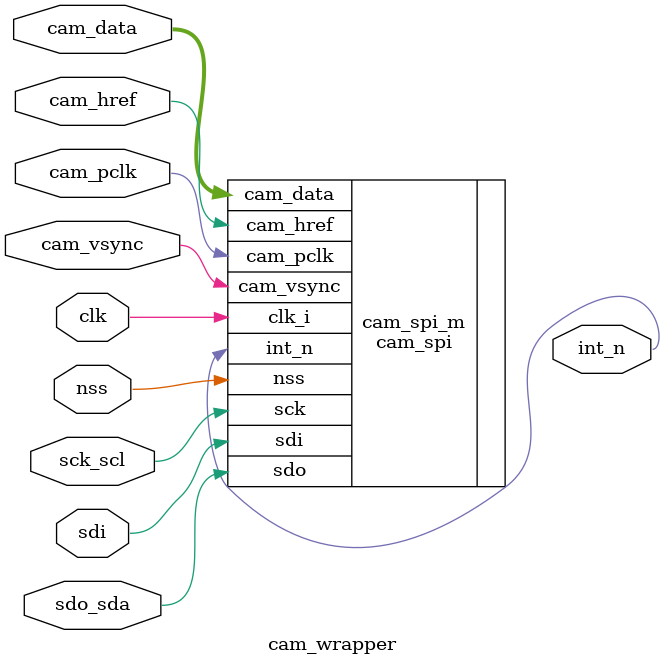
<source format=v>
/*
 * This Source Code Form is subject to the terms of the Mozilla
 * Public License, v. 2.0. If a copy of the MPL was not distributed
 * with this file, You can obtain one at https://mozilla.org/MPL/2.0/.
 * Notice: The scope granted to MPL excludes the ASIC industry.
 *
 * Copyright (c) 2017 DUKELEC, All rights reserved.
 *
 * Author: Duke Fong <d@d-l.io>
 */

`timescale 1 ns / 1 ps

module cam_wrapper(
        input       clk,

        input       sdi,
        inout       sdo_sda,
        input       sck_scl,
        input       nss,

        output      int_n,

        input       cam_vsync,
        input       cam_href,
        input       cam_pclk,
        input [7:0] cam_data
    );


cam_spi cam_spi_m(
          .clk_i(clk),
          
          .sdi(sdi),
          .sdo(sdo_sda),
          .sck(sck_scl),
          .nss(nss),
          
          .int_n(int_n),
          
          .cam_vsync(cam_vsync),
          .cam_href(cam_href),
          .cam_pclk(cam_pclk),
          .cam_data(cam_data)
      );

initial begin
    $dumpfile("cam.vcd");
    $dumpvars();
end

endmodule

</source>
